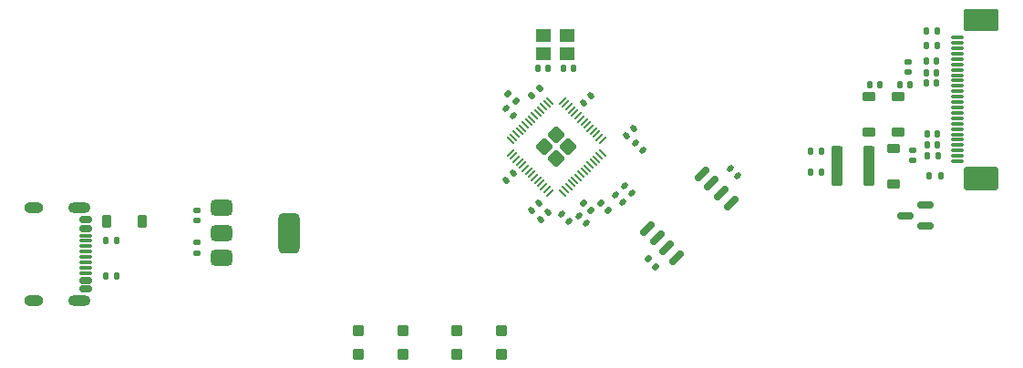
<source format=gbr>
%TF.GenerationSoftware,KiCad,Pcbnew,9.0.1*%
%TF.CreationDate,2025-10-31T20:13:03-04:00*%
%TF.ProjectId,arcus,61726375-732e-46b6-9963-61645f706362,2025-10-31*%
%TF.SameCoordinates,Original*%
%TF.FileFunction,Paste,Top*%
%TF.FilePolarity,Positive*%
%FSLAX46Y46*%
G04 Gerber Fmt 4.6, Leading zero omitted, Abs format (unit mm)*
G04 Created by KiCad (PCBNEW 9.0.1) date 2025-10-31 20:13:03*
%MOMM*%
%LPD*%
G01*
G04 APERTURE LIST*
G04 Aperture macros list*
%AMRoundRect*
0 Rectangle with rounded corners*
0 $1 Rounding radius*
0 $2 $3 $4 $5 $6 $7 $8 $9 X,Y pos of 4 corners*
0 Add a 4 corners polygon primitive as box body*
4,1,4,$2,$3,$4,$5,$6,$7,$8,$9,$2,$3,0*
0 Add four circle primitives for the rounded corners*
1,1,$1+$1,$2,$3*
1,1,$1+$1,$4,$5*
1,1,$1+$1,$6,$7*
1,1,$1+$1,$8,$9*
0 Add four rect primitives between the rounded corners*
20,1,$1+$1,$2,$3,$4,$5,0*
20,1,$1+$1,$4,$5,$6,$7,0*
20,1,$1+$1,$6,$7,$8,$9,0*
20,1,$1+$1,$8,$9,$2,$3,0*%
G04 Aperture macros list end*
%ADD10RoundRect,0.225000X-0.375000X0.225000X-0.375000X-0.225000X0.375000X-0.225000X0.375000X0.225000X0*%
%ADD11RoundRect,0.225000X0.375000X-0.225000X0.375000X0.225000X-0.375000X0.225000X-0.375000X-0.225000X0*%
%ADD12RoundRect,0.225000X0.225000X0.375000X-0.225000X0.375000X-0.225000X-0.375000X0.225000X-0.375000X0*%
%ADD13RoundRect,0.140000X-0.140000X-0.170000X0.140000X-0.170000X0.140000X0.170000X-0.140000X0.170000X0*%
%ADD14RoundRect,0.140000X0.170000X-0.140000X0.170000X0.140000X-0.170000X0.140000X-0.170000X-0.140000X0*%
%ADD15RoundRect,0.135000X0.226274X0.035355X0.035355X0.226274X-0.226274X-0.035355X-0.035355X-0.226274X0*%
%ADD16RoundRect,0.135000X0.135000X0.185000X-0.135000X0.185000X-0.135000X-0.185000X0.135000X-0.185000X0*%
%ADD17RoundRect,0.250000X-0.300000X-1.600000X0.300000X-1.600000X0.300000X1.600000X-0.300000X1.600000X0*%
%ADD18RoundRect,0.140000X0.219203X0.021213X0.021213X0.219203X-0.219203X-0.021213X-0.021213X-0.219203X0*%
%ADD19RoundRect,0.142500X-0.382500X-0.332500X0.382500X-0.332500X0.382500X0.332500X-0.382500X0.332500X0*%
%ADD20RoundRect,0.140000X-0.170000X0.140000X-0.170000X-0.140000X0.170000X-0.140000X0.170000X0.140000X0*%
%ADD21RoundRect,0.140000X0.140000X0.170000X-0.140000X0.170000X-0.140000X-0.170000X0.140000X-0.170000X0*%
%ADD22RoundRect,0.375000X-0.625000X-0.375000X0.625000X-0.375000X0.625000X0.375000X-0.625000X0.375000X0*%
%ADD23RoundRect,0.500000X-0.500000X-1.400000X0.500000X-1.400000X0.500000X1.400000X-0.500000X1.400000X0*%
%ADD24RoundRect,0.150000X-0.425000X0.150000X-0.425000X-0.150000X0.425000X-0.150000X0.425000X0.150000X0*%
%ADD25RoundRect,0.075000X-0.500000X0.075000X-0.500000X-0.075000X0.500000X-0.075000X0.500000X0.075000X0*%
%ADD26O,2.100000X1.000000*%
%ADD27O,1.800000X1.000000*%
%ADD28RoundRect,0.140000X-0.021213X0.219203X-0.219203X0.021213X0.021213X-0.219203X0.219203X-0.021213X0*%
%ADD29RoundRect,0.140000X-0.219203X-0.021213X-0.021213X-0.219203X0.219203X0.021213X0.021213X0.219203X0*%
%ADD30RoundRect,0.162500X0.344715X0.574524X-0.574524X-0.344715X-0.344715X-0.574524X0.574524X0.344715X0*%
%ADD31RoundRect,0.135000X-0.035355X0.226274X-0.226274X0.035355X0.035355X-0.226274X0.226274X-0.035355X0*%
%ADD32RoundRect,0.150000X0.587500X0.150000X-0.587500X0.150000X-0.587500X-0.150000X0.587500X-0.150000X0*%
%ADD33RoundRect,0.135000X-0.226274X-0.035355X-0.035355X-0.226274X0.226274X0.035355X0.035355X0.226274X0*%
%ADD34RoundRect,0.135000X-0.135000X-0.185000X0.135000X-0.185000X0.135000X0.185000X-0.135000X0.185000X0*%
%ADD35RoundRect,0.140000X0.021213X-0.219203X0.219203X-0.021213X-0.021213X0.219203X-0.219203X0.021213X0*%
%ADD36RoundRect,0.075000X0.525000X-0.075000X0.525000X0.075000X-0.525000X0.075000X-0.525000X-0.075000X0*%
%ADD37RoundRect,0.330000X1.320000X-0.770000X1.320000X0.770000X-1.320000X0.770000X-1.320000X-0.770000X0*%
%ADD38RoundRect,0.315000X1.335000X-0.735000X1.335000X0.735000X-1.335000X0.735000X-1.335000X-0.735000X0*%
%ADD39R,1.400000X1.200000*%
%ADD40RoundRect,0.249999X0.000000X0.558616X-0.558616X0.000000X0.000000X-0.558616X0.558616X0.000000X0*%
%ADD41RoundRect,0.050000X0.238649X0.309359X-0.309359X-0.238649X-0.238649X-0.309359X0.309359X0.238649X0*%
%ADD42RoundRect,0.050000X-0.238649X0.309359X-0.309359X0.238649X0.238649X-0.309359X0.309359X-0.238649X0*%
G04 APERTURE END LIST*
D10*
%TO.C,D7*%
X172900000Y-78350000D03*
X172900000Y-81650000D03*
%TD*%
D11*
%TO.C,D6*%
X172462742Y-86450000D03*
X172462742Y-83150000D03*
%TD*%
%TO.C,D5*%
X170137258Y-81650000D03*
X170137258Y-78350000D03*
%TD*%
D12*
%TO.C,D1*%
X102705000Y-89920000D03*
X99405000Y-89920000D03*
%TD*%
D13*
%TO.C,C7*%
X165742742Y-85400000D03*
X164782742Y-85400000D03*
%TD*%
D14*
%TO.C,C6*%
X173800000Y-75120000D03*
X173800000Y-76080000D03*
%TD*%
D13*
%TO.C,C26*%
X139391142Y-75743223D03*
X140351142Y-75743223D03*
%TD*%
D15*
%TO.C,R1*%
X145960624Y-88960624D03*
X145239376Y-88239376D03*
%TD*%
D16*
%TO.C,R11*%
X176572742Y-83800000D03*
X175552742Y-83800000D03*
%TD*%
D13*
%TO.C,C8*%
X175582742Y-82800000D03*
X176542742Y-82800000D03*
%TD*%
%TO.C,C28*%
X175457258Y-76100000D03*
X176417258Y-76100000D03*
%TD*%
D17*
%TO.C,L2*%
X167162742Y-84800000D03*
X170162742Y-84800000D03*
%TD*%
D18*
%TO.C,C22*%
X137139411Y-80139411D03*
X136460589Y-79460589D03*
%TD*%
D19*
%TO.C,SW1*%
X122725000Y-100125000D03*
X126875000Y-100125000D03*
X122725000Y-102275000D03*
X126875000Y-102275000D03*
%TD*%
D20*
%TO.C,C27*%
X174262742Y-83320000D03*
X174262742Y-84280000D03*
%TD*%
D19*
%TO.C,SW2*%
X131925000Y-100125000D03*
X136075000Y-100125000D03*
X131925000Y-102275000D03*
X136075000Y-102275000D03*
%TD*%
D21*
%TO.C,C25*%
X142731142Y-75743223D03*
X141771142Y-75743223D03*
%TD*%
D22*
%TO.C,U3*%
X110050000Y-88700000D03*
X110050000Y-91000000D03*
D23*
X116350000Y-91000000D03*
D22*
X110050000Y-93300000D03*
%TD*%
D24*
%TO.C,J2*%
X97390000Y-89800000D03*
X97390000Y-90600000D03*
D25*
X97390000Y-91750000D03*
X97390000Y-92750000D03*
X97390000Y-93250000D03*
X97390000Y-94250000D03*
D24*
X97390000Y-95400000D03*
X97390000Y-96200000D03*
X97390000Y-96200000D03*
X97390000Y-95400000D03*
D25*
X97390000Y-94750000D03*
X97390000Y-93750000D03*
X97390000Y-92250000D03*
X97390000Y-91250000D03*
D24*
X97390000Y-90600000D03*
X97390000Y-89800000D03*
D26*
X96815000Y-88680000D03*
D27*
X92635000Y-88680000D03*
D26*
X96815000Y-97320000D03*
D27*
X92635000Y-97320000D03*
%TD*%
D28*
%TO.C,C13*%
X139539411Y-88260589D03*
X138860589Y-88939411D03*
%TD*%
D15*
%TO.C,R7*%
X137360624Y-78760624D03*
X136639376Y-78039376D03*
%TD*%
D13*
%TO.C,C1*%
X175520000Y-72200000D03*
X176480000Y-72200000D03*
%TD*%
D21*
%TO.C,C29*%
X165742742Y-83400000D03*
X164782742Y-83400000D03*
%TD*%
D29*
%TO.C,C17*%
X141660589Y-89260589D03*
X142339411Y-89939411D03*
%TD*%
D30*
%TO.C,U4*%
X157346526Y-88210293D03*
X156448500Y-87312267D03*
X155550475Y-86414242D03*
X154652449Y-85516216D03*
X149578958Y-90589707D03*
X150476984Y-91487733D03*
X151375009Y-92385758D03*
X152273035Y-93283784D03*
%TD*%
D21*
%TO.C,C3*%
X173980000Y-77200000D03*
X173020000Y-77200000D03*
%TD*%
D31*
%TO.C,R6*%
X139590624Y-77569376D03*
X138869376Y-78290624D03*
%TD*%
D32*
%TO.C,Q3*%
X175400242Y-90350000D03*
X175400242Y-88450000D03*
X173525242Y-89400000D03*
%TD*%
D33*
%TO.C,R5*%
X149639376Y-93439376D03*
X150360624Y-94160624D03*
%TD*%
D16*
%TO.C,R10*%
X176810000Y-85700000D03*
X175790000Y-85700000D03*
%TD*%
D13*
%TO.C,C4*%
X175457258Y-75000000D03*
X176417258Y-75000000D03*
%TD*%
D29*
%TO.C,C21*%
X143260589Y-89460589D03*
X143939411Y-90139411D03*
%TD*%
D14*
%TO.C,C11*%
X107800000Y-89880000D03*
X107800000Y-88920000D03*
%TD*%
D13*
%TO.C,C9*%
X175582742Y-81800000D03*
X176542742Y-81800000D03*
%TD*%
D29*
%TO.C,C16*%
X146660589Y-87460589D03*
X147339411Y-88139411D03*
%TD*%
D34*
%TO.C,R3*%
X99275000Y-91720000D03*
X100295000Y-91720000D03*
%TD*%
D28*
%TO.C,C20*%
X137139411Y-85460589D03*
X136460589Y-86139411D03*
%TD*%
D35*
%TO.C,C18*%
X143660589Y-78939411D03*
X144339411Y-78260589D03*
%TD*%
D13*
%TO.C,C5*%
X175457258Y-77100000D03*
X176417258Y-77100000D03*
%TD*%
D36*
%TO.C,U1*%
X178362742Y-84350000D03*
X178362742Y-83850000D03*
X178362742Y-83350000D03*
X178362742Y-82850000D03*
X178362742Y-82350000D03*
X178362742Y-81850000D03*
X178362742Y-81350000D03*
X178362742Y-80850000D03*
X178362742Y-80350000D03*
X178362742Y-79850000D03*
X178362742Y-79350000D03*
X178362742Y-78850000D03*
X178362742Y-78350000D03*
X178362742Y-77850000D03*
X178362742Y-77350000D03*
X178362742Y-76850000D03*
X178362742Y-76350000D03*
X178362742Y-75850000D03*
X178362742Y-75350000D03*
X178362742Y-74850000D03*
X178362742Y-74350000D03*
X178362742Y-73850000D03*
X178362742Y-73350000D03*
X178362742Y-72850000D03*
D37*
X180532742Y-85950000D03*
D38*
X180532742Y-71200000D03*
%TD*%
D28*
%TO.C,C19*%
X140339411Y-89060589D03*
X139660589Y-89739411D03*
%TD*%
D15*
%TO.C,R2*%
X144360624Y-88960624D03*
X143639376Y-88239376D03*
%TD*%
D35*
%TO.C,C15*%
X147660589Y-81939411D03*
X148339411Y-81260589D03*
%TD*%
D29*
%TO.C,C23*%
X147460589Y-86660589D03*
X148139411Y-87339411D03*
%TD*%
D13*
%TO.C,C2*%
X175520000Y-73600000D03*
X176480000Y-73600000D03*
%TD*%
D34*
%TO.C,R4*%
X99290000Y-95020000D03*
X100310000Y-95020000D03*
%TD*%
D21*
%TO.C,C10*%
X171217258Y-77200000D03*
X170257258Y-77200000D03*
%TD*%
D39*
%TO.C,Y1*%
X139960000Y-74360000D03*
X142160000Y-74360000D03*
X142160000Y-72660000D03*
X139960000Y-72660000D03*
%TD*%
D18*
%TO.C,C24*%
X158002153Y-85739411D03*
X157323331Y-85060589D03*
%TD*%
D40*
%TO.C,U2*%
X142262742Y-83000000D03*
X141131371Y-81868629D03*
X141131371Y-84131371D03*
X140000000Y-83000000D03*
D41*
X145400528Y-82407798D03*
X145117685Y-82124955D03*
X144834843Y-81842113D03*
X144552000Y-81559270D03*
X144269157Y-81276427D03*
X143986315Y-80993585D03*
X143703472Y-80710742D03*
X143420629Y-80427899D03*
X143137786Y-80145056D03*
X142854944Y-79862214D03*
X142572101Y-79579371D03*
X142289258Y-79296528D03*
X142006416Y-79013686D03*
X141723573Y-78730843D03*
D42*
X140539169Y-78730843D03*
X140256326Y-79013686D03*
X139973484Y-79296528D03*
X139690641Y-79579371D03*
X139407798Y-79862214D03*
X139124956Y-80145056D03*
X138842113Y-80427899D03*
X138559270Y-80710742D03*
X138276427Y-80993585D03*
X137993585Y-81276427D03*
X137710742Y-81559270D03*
X137427899Y-81842113D03*
X137145057Y-82124955D03*
X136862214Y-82407798D03*
D41*
X136862214Y-83592202D03*
X137145057Y-83875045D03*
X137427899Y-84157887D03*
X137710742Y-84440730D03*
X137993585Y-84723573D03*
X138276427Y-85006415D03*
X138559270Y-85289258D03*
X138842113Y-85572101D03*
X139124956Y-85854944D03*
X139407798Y-86137786D03*
X139690641Y-86420629D03*
X139973484Y-86703472D03*
X140256326Y-86986314D03*
X140539169Y-87269157D03*
D42*
X141723573Y-87269157D03*
X142006416Y-86986314D03*
X142289258Y-86703472D03*
X142572101Y-86420629D03*
X142854944Y-86137786D03*
X143137786Y-85854944D03*
X143420629Y-85572101D03*
X143703472Y-85289258D03*
X143986315Y-85006415D03*
X144269157Y-84723573D03*
X144552000Y-84440730D03*
X144834843Y-84157887D03*
X145117685Y-83875045D03*
X145400528Y-83592202D03*
%TD*%
D29*
%TO.C,C14*%
X148460589Y-82660589D03*
X149139411Y-83339411D03*
%TD*%
D14*
%TO.C,C12*%
X107800000Y-92880000D03*
X107800000Y-91920000D03*
%TD*%
M02*

</source>
